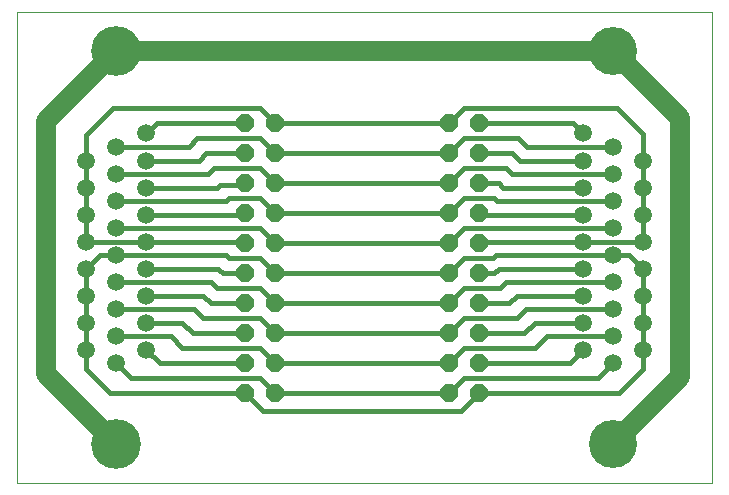
<source format=gtl>
G75*
%MOIN*%
%OFA0B0*%
%FSLAX24Y24*%
%IPPOS*%
%LPD*%
%AMOC8*
5,1,8,0,0,1.08239X$1,22.5*
%
%ADD10C,0.0000*%
%ADD11C,0.0594*%
%ADD12C,0.1660*%
%ADD13C,0.1601*%
%ADD14OC8,0.0600*%
%ADD15C,0.0160*%
%ADD16C,0.0660*%
D10*
X001360Y000100D02*
X001360Y015820D01*
X024502Y015820D01*
X024502Y000100D01*
X001360Y000100D01*
D11*
X004660Y004094D03*
X005660Y004544D03*
X004660Y004995D03*
X005660Y005446D03*
X004660Y005897D03*
X005660Y006348D03*
X004660Y006798D03*
X005660Y007249D03*
X004660Y007700D03*
X005660Y008151D03*
X004660Y008602D03*
X005660Y009052D03*
X004660Y009503D03*
X005660Y009954D03*
X004660Y010405D03*
X005660Y010856D03*
X004660Y011306D03*
X005660Y011757D03*
X003660Y010856D03*
X003660Y009954D03*
X003660Y009052D03*
X003660Y008151D03*
X003660Y007249D03*
X003660Y006348D03*
X003660Y005446D03*
X003660Y004544D03*
X020210Y004544D03*
X021210Y004094D03*
X022210Y004544D03*
X021210Y004995D03*
X020210Y005446D03*
X021210Y005897D03*
X020210Y006348D03*
X021210Y006798D03*
X020210Y007249D03*
X021210Y007700D03*
X020210Y008151D03*
X021210Y008602D03*
X020210Y009052D03*
X021210Y009503D03*
X020210Y009954D03*
X021210Y010405D03*
X020210Y010856D03*
X021210Y011306D03*
X020210Y011757D03*
X022210Y010856D03*
X022210Y009954D03*
X022210Y009052D03*
X022210Y008151D03*
X022210Y007249D03*
X022210Y006348D03*
X022210Y005446D03*
D12*
X004660Y001391D03*
X004660Y014509D03*
D13*
X021210Y014509D03*
X021210Y001391D03*
D14*
X016760Y003100D03*
X015760Y003100D03*
X015760Y004100D03*
X016760Y004100D03*
X016760Y005100D03*
X015760Y005100D03*
X015760Y006100D03*
X016760Y006100D03*
X016760Y007100D03*
X015760Y007100D03*
X015760Y008100D03*
X016760Y008100D03*
X016760Y009100D03*
X015760Y009100D03*
X015760Y010100D03*
X016760Y010100D03*
X016760Y011100D03*
X015760Y011100D03*
X015760Y012100D03*
X016760Y012100D03*
X012810Y014500D03*
X009960Y012100D03*
X008960Y012100D03*
X008960Y011100D03*
X009960Y011100D03*
X009960Y010100D03*
X008960Y010100D03*
X008960Y009100D03*
X009960Y009100D03*
X009960Y008100D03*
X008960Y008100D03*
X008960Y007100D03*
X009960Y007100D03*
X009960Y006100D03*
X008960Y006100D03*
X008960Y005100D03*
X009960Y005100D03*
X009960Y004100D03*
X008960Y004100D03*
X008960Y003100D03*
X009960Y003100D03*
D15*
X015760Y003100D01*
X016260Y003600D01*
X020716Y003600D01*
X021210Y004094D01*
X020210Y004544D02*
X019766Y004100D01*
X016760Y004100D01*
X016260Y004600D02*
X018610Y004600D01*
X019005Y004995D01*
X021210Y004995D01*
X020210Y005446D02*
X018756Y005446D01*
X018752Y005450D01*
X018610Y005450D01*
X018260Y005100D01*
X016760Y005100D01*
X016260Y005600D02*
X018010Y005600D01*
X018307Y005897D01*
X021210Y005897D01*
X020210Y006348D02*
X018008Y006348D01*
X017760Y006100D01*
X016760Y006100D01*
X016260Y005600D02*
X015760Y005100D01*
X009960Y005100D01*
X009460Y005600D01*
X007560Y005600D01*
X007263Y005897D01*
X004660Y005897D01*
X005660Y006348D02*
X005662Y006350D01*
X007560Y006350D01*
X007810Y006100D01*
X008960Y006100D01*
X009460Y006600D02*
X008010Y006600D01*
X007812Y006798D01*
X004660Y006798D01*
X005660Y007249D02*
X008061Y007249D01*
X008210Y007100D01*
X008960Y007100D01*
X009460Y007600D02*
X008410Y007600D01*
X008310Y007700D01*
X004660Y007700D01*
X004111Y007700D01*
X003660Y007249D01*
X003660Y006348D01*
X003660Y005446D01*
X003660Y004544D01*
X003660Y003900D01*
X004460Y003100D01*
X008960Y003100D01*
X009560Y002500D01*
X016160Y002500D01*
X016760Y003100D01*
X021410Y003100D01*
X022210Y003900D01*
X022210Y004544D01*
X022210Y005446D01*
X022210Y006348D01*
X022210Y007249D01*
X021759Y007700D01*
X021210Y007700D01*
X017310Y007700D01*
X017210Y007600D01*
X016260Y007600D01*
X015760Y007100D01*
X009960Y007100D01*
X009460Y007600D01*
X008960Y008100D02*
X008960Y008150D01*
X005660Y008150D01*
X005660Y008151D02*
X003660Y008151D01*
X003660Y009052D01*
X003660Y009954D01*
X003660Y010856D01*
X003660Y011700D01*
X004560Y012600D01*
X009460Y012600D01*
X009960Y012100D01*
X015760Y012100D01*
X016260Y012600D01*
X021360Y012600D01*
X022210Y011750D01*
X022210Y010856D01*
X022210Y009954D01*
X022210Y009052D01*
X022210Y008151D01*
X020210Y008151D01*
X016811Y008151D01*
X016760Y008100D01*
X016262Y008602D02*
X015760Y008100D01*
X009960Y008100D01*
X009458Y008602D01*
X004660Y008602D01*
X005660Y009052D02*
X008912Y009052D01*
X008960Y009100D01*
X008410Y009600D02*
X008313Y009503D01*
X004660Y009503D01*
X005660Y009954D02*
X008014Y009954D01*
X008110Y010050D01*
X008910Y010050D01*
X008960Y010100D01*
X009460Y009600D02*
X008410Y009600D01*
X009460Y009600D02*
X009960Y009100D01*
X015760Y009100D01*
X016260Y009600D01*
X017260Y009600D01*
X017357Y009503D01*
X021210Y009503D01*
X020210Y009052D02*
X016808Y009052D01*
X016760Y009100D01*
X016262Y008602D02*
X021210Y008602D01*
X020210Y009052D02*
X019862Y009052D01*
X020210Y008151D02*
X020159Y008100D01*
X020210Y007249D02*
X017409Y007249D01*
X017260Y007100D01*
X016760Y007100D01*
X016260Y006600D02*
X017460Y006600D01*
X017658Y006798D01*
X021210Y006798D01*
X016260Y006600D02*
X015760Y006100D01*
X009960Y006100D01*
X009460Y006600D01*
X008960Y005100D02*
X007210Y005100D01*
X006864Y005446D01*
X005660Y005446D01*
X006465Y004995D02*
X004660Y004995D01*
X005660Y004544D02*
X006104Y004100D01*
X008960Y004100D01*
X009460Y003600D02*
X005154Y003600D01*
X004660Y004094D01*
X006465Y004995D02*
X006860Y004600D01*
X009460Y004600D01*
X009960Y004100D01*
X015760Y004100D01*
X016260Y004600D01*
X009960Y003100D02*
X009460Y003600D01*
X017410Y010100D02*
X017556Y009954D01*
X020210Y009954D01*
X021210Y010405D02*
X017855Y010405D01*
X017660Y010600D01*
X016260Y010600D01*
X015760Y010100D01*
X009960Y010100D01*
X009460Y010600D01*
X007910Y010600D01*
X007715Y010405D01*
X004660Y010405D01*
X005660Y010856D02*
X007416Y010856D01*
X007660Y011100D01*
X008960Y011100D01*
X009460Y011600D02*
X007360Y011600D01*
X007066Y011306D01*
X004660Y011306D01*
X005660Y011757D02*
X006003Y012100D01*
X008960Y012100D01*
X009460Y011600D02*
X009960Y011100D01*
X015760Y011100D01*
X016260Y011600D01*
X018060Y011600D01*
X018354Y011306D01*
X021210Y011306D01*
X020210Y010856D02*
X018104Y010856D01*
X017860Y011100D01*
X016760Y011100D01*
X016760Y010100D02*
X017410Y010100D01*
X019867Y012100D02*
X020210Y011757D01*
X019867Y012100D02*
X016760Y012100D01*
X012810Y014500D02*
X012701Y014500D01*
X012710Y014509D01*
D16*
X004660Y014509D01*
X002310Y012159D01*
X002310Y003741D01*
X004660Y001391D01*
X021210Y001391D02*
X023460Y003641D01*
X023460Y012259D01*
X021210Y014509D01*
X012710Y014509D01*
M02*

</source>
